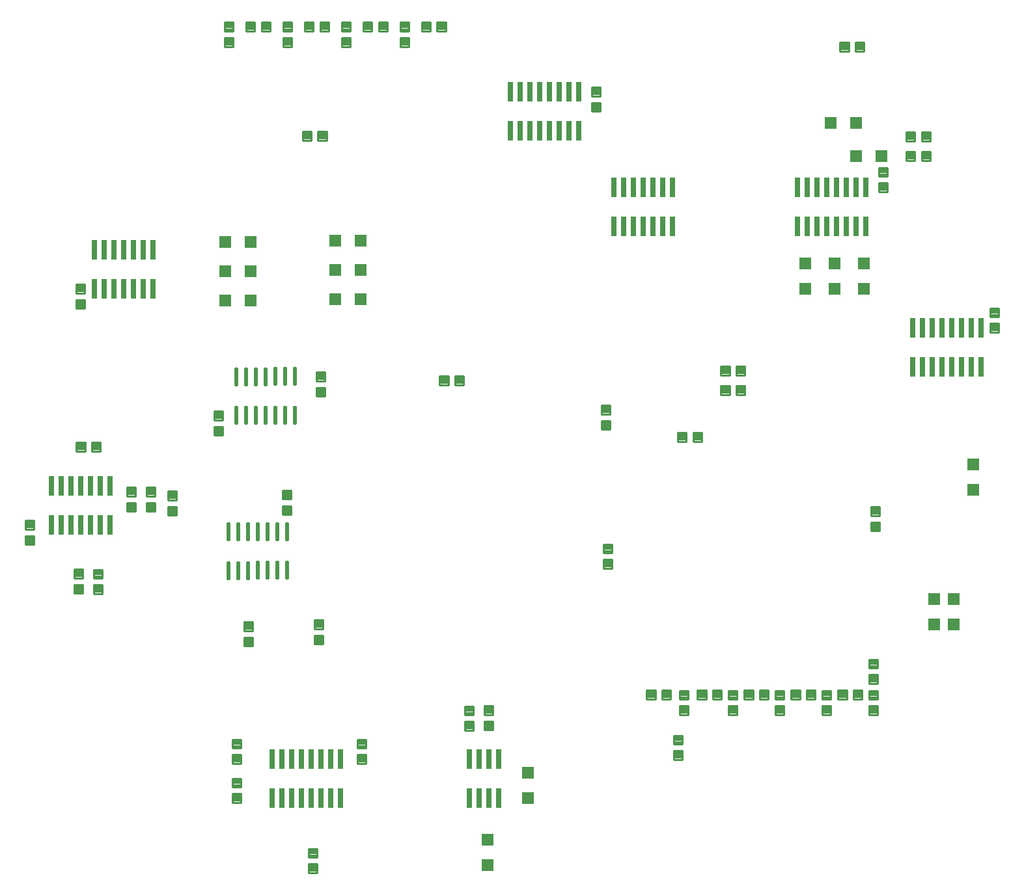
<source format=gbr>
G04 EAGLE Gerber RS-274X export*
G75*
%MOMM*%
%FSLAX34Y34*%
%LPD*%
%INSolderpaste Bottom*%
%IPPOS*%
%AMOC8*
5,1,8,0,0,1.08239X$1,22.5*%
G01*
%ADD10C,0.280000*%
%ADD11R,1.500000X1.500000*%
%ADD12R,0.635000X2.500000*%
%ADD13C,0.440000*%


D10*
X332220Y705600D02*
X332220Y716800D01*
X343420Y716800D01*
X343420Y705600D01*
X332220Y705600D01*
X332220Y708260D02*
X343420Y708260D01*
X343420Y710920D02*
X332220Y710920D01*
X332220Y713580D02*
X343420Y713580D01*
X343420Y716240D02*
X332220Y716240D01*
X332220Y696610D02*
X332220Y685410D01*
X332220Y696610D02*
X343420Y696610D01*
X343420Y685410D01*
X332220Y685410D01*
X332220Y688070D02*
X343420Y688070D01*
X343420Y690730D02*
X332220Y690730D01*
X332220Y693390D02*
X343420Y693390D01*
X343420Y696050D02*
X332220Y696050D01*
X909840Y627900D02*
X909840Y616700D01*
X898640Y616700D01*
X898640Y627900D01*
X909840Y627900D01*
X909840Y619360D02*
X898640Y619360D01*
X898640Y622020D02*
X909840Y622020D01*
X909840Y624680D02*
X898640Y624680D01*
X898640Y627340D02*
X909840Y627340D01*
X909840Y636890D02*
X909840Y648090D01*
X909840Y636890D02*
X898640Y636890D01*
X898640Y648090D01*
X909840Y648090D01*
X909840Y639550D02*
X898640Y639550D01*
X898640Y642210D02*
X909840Y642210D01*
X909840Y644870D02*
X898640Y644870D01*
X898640Y647530D02*
X909840Y647530D01*
X1246620Y685280D02*
X1246620Y696480D01*
X1257820Y696480D01*
X1257820Y685280D01*
X1246620Y685280D01*
X1246620Y687940D02*
X1257820Y687940D01*
X1257820Y690600D02*
X1246620Y690600D01*
X1246620Y693260D02*
X1257820Y693260D01*
X1257820Y695920D02*
X1246620Y695920D01*
X1246620Y676290D02*
X1246620Y665090D01*
X1246620Y676290D02*
X1257820Y676290D01*
X1257820Y665090D01*
X1246620Y665090D01*
X1246620Y667750D02*
X1257820Y667750D01*
X1257820Y670410D02*
X1246620Y670410D01*
X1246620Y673070D02*
X1257820Y673070D01*
X1257820Y675730D02*
X1246620Y675730D01*
X146800Y678700D02*
X146800Y667500D01*
X146800Y678700D02*
X158000Y678700D01*
X158000Y667500D01*
X146800Y667500D01*
X146800Y670160D02*
X158000Y670160D01*
X158000Y672820D02*
X146800Y672820D01*
X146800Y675480D02*
X158000Y675480D01*
X158000Y678140D02*
X146800Y678140D01*
X146800Y658510D02*
X146800Y647310D01*
X146800Y658510D02*
X158000Y658510D01*
X158000Y647310D01*
X146800Y647310D01*
X146800Y649970D02*
X158000Y649970D01*
X158000Y652630D02*
X146800Y652630D01*
X146800Y655290D02*
X158000Y655290D01*
X158000Y657950D02*
X146800Y657950D01*
X729500Y417080D02*
X729500Y405880D01*
X718300Y405880D01*
X718300Y417080D01*
X729500Y417080D01*
X729500Y408540D02*
X718300Y408540D01*
X718300Y411200D02*
X729500Y411200D01*
X729500Y413860D02*
X718300Y413860D01*
X718300Y416520D02*
X729500Y416520D01*
X729500Y426070D02*
X729500Y437270D01*
X729500Y426070D02*
X718300Y426070D01*
X718300Y437270D01*
X729500Y437270D01*
X729500Y428730D02*
X718300Y428730D01*
X718300Y431390D02*
X729500Y431390D01*
X729500Y434050D02*
X718300Y434050D01*
X718300Y436710D02*
X729500Y436710D01*
X427240Y323100D02*
X427240Y311900D01*
X416040Y311900D01*
X416040Y323100D01*
X427240Y323100D01*
X427240Y314560D02*
X416040Y314560D01*
X416040Y317220D02*
X427240Y317220D01*
X427240Y319880D02*
X416040Y319880D01*
X416040Y322540D02*
X427240Y322540D01*
X427240Y332090D02*
X427240Y343290D01*
X427240Y332090D02*
X416040Y332090D01*
X416040Y343290D01*
X427240Y343290D01*
X427240Y334750D02*
X416040Y334750D01*
X416040Y337410D02*
X427240Y337410D01*
X427240Y340070D02*
X416040Y340070D01*
X416040Y342730D02*
X427240Y342730D01*
X1001280Y367780D02*
X1001280Y378980D01*
X1001280Y367780D02*
X990080Y367780D01*
X990080Y378980D01*
X1001280Y378980D01*
X1001280Y370440D02*
X990080Y370440D01*
X990080Y373100D02*
X1001280Y373100D01*
X1001280Y375760D02*
X990080Y375760D01*
X990080Y378420D02*
X1001280Y378420D01*
X1001280Y387970D02*
X1001280Y399170D01*
X1001280Y387970D02*
X990080Y387970D01*
X990080Y399170D01*
X1001280Y399170D01*
X1001280Y390630D02*
X990080Y390630D01*
X990080Y393290D02*
X1001280Y393290D01*
X1001280Y395950D02*
X990080Y395950D01*
X990080Y398610D02*
X1001280Y398610D01*
X883400Y1231380D02*
X883400Y1242580D01*
X894600Y1242580D01*
X894600Y1231380D01*
X883400Y1231380D01*
X883400Y1234040D02*
X894600Y1234040D01*
X894600Y1236700D02*
X883400Y1236700D01*
X883400Y1239360D02*
X894600Y1239360D01*
X894600Y1242020D02*
X883400Y1242020D01*
X883400Y1222390D02*
X883400Y1211190D01*
X883400Y1222390D02*
X894600Y1222390D01*
X894600Y1211190D01*
X883400Y1211190D01*
X883400Y1213850D02*
X894600Y1213850D01*
X894600Y1216510D02*
X883400Y1216510D01*
X883400Y1219170D02*
X894600Y1219170D01*
X894600Y1221830D02*
X883400Y1221830D01*
X589800Y373900D02*
X589800Y362700D01*
X578600Y362700D01*
X578600Y373900D01*
X589800Y373900D01*
X589800Y365360D02*
X578600Y365360D01*
X578600Y368020D02*
X589800Y368020D01*
X589800Y370680D02*
X578600Y370680D01*
X578600Y373340D02*
X589800Y373340D01*
X589800Y382890D02*
X589800Y394090D01*
X589800Y382890D02*
X578600Y382890D01*
X578600Y394090D01*
X589800Y394090D01*
X589800Y385550D02*
X578600Y385550D01*
X578600Y388210D02*
X589800Y388210D01*
X589800Y390870D02*
X578600Y390870D01*
X578600Y393530D02*
X589800Y393530D01*
X212840Y974840D02*
X212840Y986040D01*
X224040Y986040D01*
X224040Y974840D01*
X212840Y974840D01*
X212840Y977500D02*
X224040Y977500D01*
X224040Y980160D02*
X212840Y980160D01*
X212840Y982820D02*
X224040Y982820D01*
X224040Y985480D02*
X212840Y985480D01*
X212840Y965850D02*
X212840Y954650D01*
X212840Y965850D02*
X224040Y965850D01*
X224040Y954650D01*
X212840Y954650D01*
X212840Y957310D02*
X224040Y957310D01*
X224040Y959970D02*
X212840Y959970D01*
X212840Y962630D02*
X224040Y962630D01*
X224040Y965290D02*
X212840Y965290D01*
X1292340Y1147560D02*
X1303540Y1147560D01*
X1292340Y1147560D02*
X1292340Y1158760D01*
X1303540Y1158760D01*
X1303540Y1147560D01*
X1303540Y1150220D02*
X1292340Y1150220D01*
X1292340Y1152880D02*
X1303540Y1152880D01*
X1303540Y1155540D02*
X1292340Y1155540D01*
X1292340Y1158200D02*
X1303540Y1158200D01*
X1312530Y1147560D02*
X1323730Y1147560D01*
X1312530Y1147560D02*
X1312530Y1158760D01*
X1323730Y1158760D01*
X1323730Y1147560D01*
X1323730Y1150220D02*
X1312530Y1150220D01*
X1312530Y1152880D02*
X1323730Y1152880D01*
X1323730Y1155540D02*
X1312530Y1155540D01*
X1312530Y1158200D02*
X1323730Y1158200D01*
X391910Y820940D02*
X391910Y809740D01*
X391910Y820940D02*
X403110Y820940D01*
X403110Y809740D01*
X391910Y809740D01*
X391910Y812400D02*
X403110Y812400D01*
X403110Y815060D02*
X391910Y815060D01*
X391910Y817720D02*
X403110Y817720D01*
X403110Y820380D02*
X391910Y820380D01*
X391910Y800750D02*
X391910Y789550D01*
X391910Y800750D02*
X403110Y800750D01*
X403110Y789550D01*
X391910Y789550D01*
X391910Y792210D02*
X403110Y792210D01*
X403110Y794870D02*
X391910Y794870D01*
X391910Y797530D02*
X403110Y797530D01*
X403110Y800190D02*
X391910Y800190D01*
X705600Y866660D02*
X716800Y866660D01*
X716800Y855460D01*
X705600Y855460D01*
X705600Y866660D01*
X705600Y858120D02*
X716800Y858120D01*
X716800Y860780D02*
X705600Y860780D01*
X705600Y863440D02*
X716800Y863440D01*
X716800Y866100D02*
X705600Y866100D01*
X696610Y866660D02*
X685410Y866660D01*
X696610Y866660D02*
X696610Y855460D01*
X685410Y855460D01*
X685410Y866660D01*
X685410Y858120D02*
X696610Y858120D01*
X696610Y860780D02*
X685410Y860780D01*
X685410Y863440D02*
X696610Y863440D01*
X696610Y866100D02*
X685410Y866100D01*
X896100Y828560D02*
X896100Y817360D01*
X896100Y828560D02*
X907300Y828560D01*
X907300Y817360D01*
X896100Y817360D01*
X896100Y820020D02*
X907300Y820020D01*
X907300Y822680D02*
X896100Y822680D01*
X896100Y825340D02*
X907300Y825340D01*
X907300Y828000D02*
X896100Y828000D01*
X896100Y808370D02*
X896100Y797170D01*
X896100Y808370D02*
X907300Y808370D01*
X907300Y797170D01*
X896100Y797170D01*
X896100Y799830D02*
X907300Y799830D01*
X907300Y802490D02*
X896100Y802490D01*
X896100Y805150D02*
X907300Y805150D01*
X907300Y807810D02*
X896100Y807810D01*
X1267980Y1106920D02*
X1267980Y1118120D01*
X1267980Y1106920D02*
X1256780Y1106920D01*
X1256780Y1118120D01*
X1267980Y1118120D01*
X1267980Y1109580D02*
X1256780Y1109580D01*
X1256780Y1112240D02*
X1267980Y1112240D01*
X1267980Y1114900D02*
X1256780Y1114900D01*
X1256780Y1117560D02*
X1267980Y1117560D01*
X1267980Y1127110D02*
X1267980Y1138310D01*
X1267980Y1127110D02*
X1256780Y1127110D01*
X1256780Y1138310D01*
X1267980Y1138310D01*
X1267980Y1129770D02*
X1256780Y1129770D01*
X1256780Y1132430D02*
X1267980Y1132430D01*
X1267980Y1135090D02*
X1256780Y1135090D01*
X1256780Y1137750D02*
X1267980Y1137750D01*
X1412760Y935240D02*
X1412760Y924040D01*
X1401560Y924040D01*
X1401560Y935240D01*
X1412760Y935240D01*
X1412760Y926700D02*
X1401560Y926700D01*
X1401560Y929360D02*
X1412760Y929360D01*
X1412760Y932020D02*
X1401560Y932020D01*
X1401560Y934680D02*
X1412760Y934680D01*
X1412760Y944230D02*
X1412760Y955430D01*
X1412760Y944230D02*
X1401560Y944230D01*
X1401560Y955430D01*
X1412760Y955430D01*
X1412760Y946890D02*
X1401560Y946890D01*
X1401560Y949550D02*
X1412760Y949550D01*
X1412760Y952210D02*
X1401560Y952210D01*
X1401560Y954870D02*
X1412760Y954870D01*
X492010Y697750D02*
X492010Y686550D01*
X480810Y686550D01*
X480810Y697750D01*
X492010Y697750D01*
X492010Y689210D02*
X480810Y689210D01*
X480810Y691870D02*
X492010Y691870D01*
X492010Y694530D02*
X480810Y694530D01*
X480810Y697190D02*
X492010Y697190D01*
X492010Y706740D02*
X492010Y717940D01*
X492010Y706740D02*
X480810Y706740D01*
X480810Y717940D01*
X492010Y717940D01*
X492010Y709400D02*
X480810Y709400D01*
X480810Y712060D02*
X492010Y712060D01*
X492010Y714720D02*
X480810Y714720D01*
X480810Y717380D02*
X492010Y717380D01*
D11*
X748030Y229870D03*
X748030Y262870D03*
X582930Y1004570D03*
X549930Y1004570D03*
X582930Y1042670D03*
X549930Y1042670D03*
X1193800Y1196340D03*
X1226800Y1196340D03*
X1259840Y1153160D03*
X1226840Y1153160D03*
X1236980Y1013460D03*
X1236980Y980460D03*
X1198880Y1013460D03*
X1198880Y980460D03*
X1160780Y1013460D03*
X1160780Y980460D03*
X800100Y317500D03*
X800100Y350500D03*
X406400Y965200D03*
X439400Y965200D03*
X406400Y1003300D03*
X439400Y1003300D03*
X406400Y1041400D03*
X439400Y1041400D03*
X1328420Y576580D03*
X1328420Y543580D03*
X1353820Y576580D03*
X1353820Y543580D03*
X1379220Y718820D03*
X1379220Y751820D03*
X582930Y966470D03*
X549930Y966470D03*
D10*
X743700Y437400D02*
X743700Y426200D01*
X743700Y437400D02*
X754900Y437400D01*
X754900Y426200D01*
X743700Y426200D01*
X743700Y428860D02*
X754900Y428860D01*
X754900Y431520D02*
X743700Y431520D01*
X743700Y434180D02*
X754900Y434180D01*
X754900Y436840D02*
X743700Y436840D01*
X743700Y417210D02*
X743700Y406010D01*
X743700Y417210D02*
X754900Y417210D01*
X754900Y406010D01*
X743700Y406010D01*
X743700Y408670D02*
X754900Y408670D01*
X754900Y411330D02*
X743700Y411330D01*
X743700Y413990D02*
X754900Y413990D01*
X754900Y416650D02*
X743700Y416650D01*
X1040880Y457720D02*
X1052080Y457720D01*
X1052080Y446520D01*
X1040880Y446520D01*
X1040880Y457720D01*
X1040880Y449180D02*
X1052080Y449180D01*
X1052080Y451840D02*
X1040880Y451840D01*
X1040880Y454500D02*
X1052080Y454500D01*
X1052080Y457160D02*
X1040880Y457160D01*
X1031890Y457720D02*
X1020690Y457720D01*
X1031890Y457720D02*
X1031890Y446520D01*
X1020690Y446520D01*
X1020690Y457720D01*
X1020690Y449180D02*
X1031890Y449180D01*
X1031890Y451840D02*
X1020690Y451840D01*
X1020690Y454500D02*
X1031890Y454500D01*
X1031890Y457160D02*
X1020690Y457160D01*
X1008900Y437400D02*
X1008900Y426200D01*
X997700Y426200D01*
X997700Y437400D01*
X1008900Y437400D01*
X1008900Y428860D02*
X997700Y428860D01*
X997700Y431520D02*
X1008900Y431520D01*
X1008900Y434180D02*
X997700Y434180D01*
X997700Y436840D02*
X1008900Y436840D01*
X1008900Y446390D02*
X1008900Y457590D01*
X1008900Y446390D02*
X997700Y446390D01*
X997700Y457590D01*
X1008900Y457590D01*
X1008900Y449050D02*
X997700Y449050D01*
X997700Y451710D02*
X1008900Y451710D01*
X1008900Y454370D02*
X997700Y454370D01*
X997700Y457030D02*
X1008900Y457030D01*
X1255280Y466840D02*
X1255280Y478040D01*
X1255280Y466840D02*
X1244080Y466840D01*
X1244080Y478040D01*
X1255280Y478040D01*
X1255280Y469500D02*
X1244080Y469500D01*
X1244080Y472160D02*
X1255280Y472160D01*
X1255280Y474820D02*
X1244080Y474820D01*
X1244080Y477480D02*
X1255280Y477480D01*
X1255280Y487030D02*
X1255280Y498230D01*
X1255280Y487030D02*
X1244080Y487030D01*
X1244080Y498230D01*
X1255280Y498230D01*
X1255280Y489690D02*
X1244080Y489690D01*
X1244080Y492350D02*
X1255280Y492350D01*
X1255280Y495010D02*
X1244080Y495010D01*
X1244080Y497670D02*
X1255280Y497670D01*
X986040Y457720D02*
X974840Y457720D01*
X986040Y457720D02*
X986040Y446520D01*
X974840Y446520D01*
X974840Y457720D01*
X974840Y449180D02*
X986040Y449180D01*
X986040Y451840D02*
X974840Y451840D01*
X974840Y454500D02*
X986040Y454500D01*
X986040Y457160D02*
X974840Y457160D01*
X965850Y457720D02*
X954650Y457720D01*
X965850Y457720D02*
X965850Y446520D01*
X954650Y446520D01*
X954650Y457720D01*
X954650Y449180D02*
X965850Y449180D01*
X965850Y451840D02*
X954650Y451840D01*
X954650Y454500D02*
X965850Y454500D01*
X965850Y457160D02*
X954650Y457160D01*
X995160Y781800D02*
X1006360Y781800D01*
X995160Y781800D02*
X995160Y793000D01*
X1006360Y793000D01*
X1006360Y781800D01*
X1006360Y784460D02*
X995160Y784460D01*
X995160Y787120D02*
X1006360Y787120D01*
X1006360Y789780D02*
X995160Y789780D01*
X995160Y792440D02*
X1006360Y792440D01*
X1015350Y781800D02*
X1026550Y781800D01*
X1015350Y781800D02*
X1015350Y793000D01*
X1026550Y793000D01*
X1026550Y781800D01*
X1026550Y784460D02*
X1015350Y784460D01*
X1015350Y787120D02*
X1026550Y787120D01*
X1026550Y789780D02*
X1015350Y789780D01*
X1015350Y792440D02*
X1026550Y792440D01*
X1071360Y853960D02*
X1082560Y853960D01*
X1082560Y842760D01*
X1071360Y842760D01*
X1071360Y853960D01*
X1071360Y845420D02*
X1082560Y845420D01*
X1082560Y848080D02*
X1071360Y848080D01*
X1071360Y850740D02*
X1082560Y850740D01*
X1082560Y853400D02*
X1071360Y853400D01*
X1062370Y853960D02*
X1051170Y853960D01*
X1062370Y853960D02*
X1062370Y842760D01*
X1051170Y842760D01*
X1051170Y853960D01*
X1051170Y845420D02*
X1062370Y845420D01*
X1062370Y848080D02*
X1051170Y848080D01*
X1051170Y850740D02*
X1062370Y850740D01*
X1062370Y853400D02*
X1051170Y853400D01*
X1071360Y879360D02*
X1082560Y879360D01*
X1082560Y868160D01*
X1071360Y868160D01*
X1071360Y879360D01*
X1071360Y870820D02*
X1082560Y870820D01*
X1082560Y873480D02*
X1071360Y873480D01*
X1071360Y876140D02*
X1082560Y876140D01*
X1082560Y878800D02*
X1071360Y878800D01*
X1062370Y879360D02*
X1051170Y879360D01*
X1062370Y879360D02*
X1062370Y868160D01*
X1051170Y868160D01*
X1051170Y879360D01*
X1051170Y870820D02*
X1062370Y870820D01*
X1062370Y873480D02*
X1051170Y873480D01*
X1051170Y876140D02*
X1062370Y876140D01*
X1062370Y878800D02*
X1051170Y878800D01*
X526300Y231660D02*
X526300Y220460D01*
X515100Y220460D01*
X515100Y231660D01*
X526300Y231660D01*
X526300Y223120D02*
X515100Y223120D01*
X515100Y225780D02*
X526300Y225780D01*
X526300Y228440D02*
X515100Y228440D01*
X515100Y231100D02*
X526300Y231100D01*
X526300Y240650D02*
X526300Y251850D01*
X526300Y240650D02*
X515100Y240650D01*
X515100Y251850D01*
X526300Y251850D01*
X526300Y243310D02*
X515100Y243310D01*
X515100Y245970D02*
X526300Y245970D01*
X526300Y248630D02*
X515100Y248630D01*
X515100Y251290D02*
X526300Y251290D01*
X525260Y860540D02*
X525260Y871740D01*
X536460Y871740D01*
X536460Y860540D01*
X525260Y860540D01*
X525260Y863200D02*
X536460Y863200D01*
X536460Y865860D02*
X525260Y865860D01*
X525260Y868520D02*
X536460Y868520D01*
X536460Y871180D02*
X525260Y871180D01*
X525260Y851550D02*
X525260Y840350D01*
X525260Y851550D02*
X536460Y851550D01*
X536460Y840350D01*
X525260Y840350D01*
X525260Y843010D02*
X536460Y843010D01*
X536460Y845670D02*
X525260Y845670D01*
X525260Y848330D02*
X536460Y848330D01*
X536460Y850990D02*
X525260Y850990D01*
X1226300Y1301000D02*
X1237500Y1301000D01*
X1237500Y1289800D01*
X1226300Y1289800D01*
X1226300Y1301000D01*
X1226300Y1292460D02*
X1237500Y1292460D01*
X1237500Y1295120D02*
X1226300Y1295120D01*
X1226300Y1297780D02*
X1237500Y1297780D01*
X1237500Y1300440D02*
X1226300Y1300440D01*
X1217310Y1301000D02*
X1206110Y1301000D01*
X1217310Y1301000D02*
X1217310Y1289800D01*
X1206110Y1289800D01*
X1206110Y1301000D01*
X1206110Y1292460D02*
X1217310Y1292460D01*
X1217310Y1295120D02*
X1206110Y1295120D01*
X1206110Y1297780D02*
X1217310Y1297780D01*
X1217310Y1300440D02*
X1206110Y1300440D01*
X431280Y546620D02*
X431280Y535420D01*
X431280Y546620D02*
X442480Y546620D01*
X442480Y535420D01*
X431280Y535420D01*
X431280Y538080D02*
X442480Y538080D01*
X442480Y540740D02*
X431280Y540740D01*
X431280Y543400D02*
X442480Y543400D01*
X442480Y546060D02*
X431280Y546060D01*
X431280Y526430D02*
X431280Y515230D01*
X431280Y526430D02*
X442480Y526430D01*
X442480Y515230D01*
X431280Y515230D01*
X431280Y517890D02*
X442480Y517890D01*
X442480Y520550D02*
X431280Y520550D01*
X431280Y523210D02*
X442480Y523210D01*
X442480Y525870D02*
X431280Y525870D01*
X522720Y537960D02*
X522720Y549160D01*
X533920Y549160D01*
X533920Y537960D01*
X522720Y537960D01*
X522720Y540620D02*
X533920Y540620D01*
X533920Y543280D02*
X522720Y543280D01*
X522720Y545940D02*
X533920Y545940D01*
X533920Y548600D02*
X522720Y548600D01*
X522720Y528970D02*
X522720Y517770D01*
X522720Y528970D02*
X533920Y528970D01*
X533920Y517770D01*
X522720Y517770D01*
X522720Y520430D02*
X533920Y520430D01*
X533920Y523090D02*
X522720Y523090D01*
X522720Y525750D02*
X533920Y525750D01*
X533920Y528410D02*
X522720Y528410D01*
X1255280Y437400D02*
X1255280Y426200D01*
X1244080Y426200D01*
X1244080Y437400D01*
X1255280Y437400D01*
X1255280Y428860D02*
X1244080Y428860D01*
X1244080Y431520D02*
X1255280Y431520D01*
X1255280Y434180D02*
X1244080Y434180D01*
X1244080Y436840D02*
X1255280Y436840D01*
X1255280Y446390D02*
X1255280Y457590D01*
X1255280Y446390D02*
X1244080Y446390D01*
X1244080Y457590D01*
X1255280Y457590D01*
X1255280Y449050D02*
X1244080Y449050D01*
X1244080Y451710D02*
X1255280Y451710D01*
X1255280Y454370D02*
X1244080Y454370D01*
X1244080Y457030D02*
X1255280Y457030D01*
X246900Y583680D02*
X246900Y594880D01*
X246900Y583680D02*
X235700Y583680D01*
X235700Y594880D01*
X246900Y594880D01*
X246900Y586340D02*
X235700Y586340D01*
X235700Y589000D02*
X246900Y589000D01*
X246900Y591660D02*
X235700Y591660D01*
X235700Y594320D02*
X246900Y594320D01*
X246900Y603870D02*
X246900Y615070D01*
X246900Y603870D02*
X235700Y603870D01*
X235700Y615070D01*
X246900Y615070D01*
X246900Y606530D02*
X235700Y606530D01*
X235700Y609190D02*
X246900Y609190D01*
X246900Y611850D02*
X235700Y611850D01*
X235700Y614510D02*
X246900Y614510D01*
X210300Y615200D02*
X210300Y604000D01*
X210300Y615200D02*
X221500Y615200D01*
X221500Y604000D01*
X210300Y604000D01*
X210300Y606660D02*
X221500Y606660D01*
X221500Y609320D02*
X210300Y609320D01*
X210300Y611980D02*
X221500Y611980D01*
X221500Y614640D02*
X210300Y614640D01*
X210300Y595010D02*
X210300Y583810D01*
X210300Y595010D02*
X221500Y595010D01*
X221500Y583810D01*
X210300Y583810D01*
X210300Y586470D02*
X221500Y586470D01*
X221500Y589130D02*
X210300Y589130D01*
X210300Y591790D02*
X221500Y591790D01*
X221500Y594450D02*
X210300Y594450D01*
X278880Y710680D02*
X278880Y721880D01*
X290080Y721880D01*
X290080Y710680D01*
X278880Y710680D01*
X278880Y713340D02*
X290080Y713340D01*
X290080Y716000D02*
X278880Y716000D01*
X278880Y718660D02*
X290080Y718660D01*
X290080Y721320D02*
X278880Y721320D01*
X278880Y701690D02*
X278880Y690490D01*
X278880Y701690D02*
X290080Y701690D01*
X290080Y690490D01*
X278880Y690490D01*
X278880Y693150D02*
X290080Y693150D01*
X290080Y695810D02*
X278880Y695810D01*
X278880Y698470D02*
X290080Y698470D01*
X290080Y701130D02*
X278880Y701130D01*
X304280Y710680D02*
X304280Y721880D01*
X315480Y721880D01*
X315480Y710680D01*
X304280Y710680D01*
X304280Y713340D02*
X315480Y713340D01*
X315480Y716000D02*
X304280Y716000D01*
X304280Y718660D02*
X315480Y718660D01*
X315480Y721320D02*
X304280Y721320D01*
X304280Y701690D02*
X304280Y690490D01*
X304280Y701690D02*
X315480Y701690D01*
X315480Y690490D01*
X304280Y690490D01*
X304280Y693150D02*
X315480Y693150D01*
X315480Y695810D02*
X304280Y695810D01*
X304280Y698470D02*
X315480Y698470D01*
X315480Y701130D02*
X304280Y701130D01*
X1292340Y1172960D02*
X1303540Y1172960D01*
X1292340Y1172960D02*
X1292340Y1184160D01*
X1303540Y1184160D01*
X1303540Y1172960D01*
X1303540Y1175620D02*
X1292340Y1175620D01*
X1292340Y1178280D02*
X1303540Y1178280D01*
X1303540Y1180940D02*
X1292340Y1180940D01*
X1292340Y1183600D02*
X1303540Y1183600D01*
X1312530Y1172960D02*
X1323730Y1172960D01*
X1312530Y1172960D02*
X1312530Y1184160D01*
X1323730Y1184160D01*
X1323730Y1172960D01*
X1323730Y1175620D02*
X1312530Y1175620D01*
X1312530Y1178280D02*
X1323730Y1178280D01*
X1323730Y1180940D02*
X1312530Y1180940D01*
X1312530Y1183600D02*
X1323730Y1183600D01*
X645266Y1295729D02*
X645266Y1306929D01*
X645266Y1295729D02*
X634066Y1295729D01*
X634066Y1306929D01*
X645266Y1306929D01*
X645266Y1298389D02*
X634066Y1298389D01*
X634066Y1301049D02*
X645266Y1301049D01*
X645266Y1303709D02*
X634066Y1303709D01*
X634066Y1306369D02*
X645266Y1306369D01*
X645266Y1315919D02*
X645266Y1327119D01*
X645266Y1315919D02*
X634066Y1315919D01*
X634066Y1327119D01*
X645266Y1327119D01*
X645266Y1318579D02*
X634066Y1318579D01*
X634066Y1321239D02*
X645266Y1321239D01*
X645266Y1323899D02*
X634066Y1323899D01*
X634066Y1326559D02*
X645266Y1326559D01*
X1223760Y457720D02*
X1234960Y457720D01*
X1234960Y446520D01*
X1223760Y446520D01*
X1223760Y457720D01*
X1223760Y449180D02*
X1234960Y449180D01*
X1234960Y451840D02*
X1223760Y451840D01*
X1223760Y454500D02*
X1234960Y454500D01*
X1234960Y457160D02*
X1223760Y457160D01*
X1214770Y457720D02*
X1203570Y457720D01*
X1214770Y457720D02*
X1214770Y446520D01*
X1203570Y446520D01*
X1203570Y457720D01*
X1203570Y449180D02*
X1214770Y449180D01*
X1214770Y451840D02*
X1203570Y451840D01*
X1203570Y454500D02*
X1214770Y454500D01*
X1214770Y457160D02*
X1203570Y457160D01*
X617326Y1327249D02*
X606126Y1327249D01*
X617326Y1327249D02*
X617326Y1316049D01*
X606126Y1316049D01*
X606126Y1327249D01*
X606126Y1318709D02*
X617326Y1318709D01*
X617326Y1321369D02*
X606126Y1321369D01*
X606126Y1324029D02*
X617326Y1324029D01*
X617326Y1326689D02*
X606126Y1326689D01*
X597136Y1327249D02*
X585936Y1327249D01*
X597136Y1327249D02*
X597136Y1316049D01*
X585936Y1316049D01*
X585936Y1327249D01*
X585936Y1318709D02*
X597136Y1318709D01*
X597136Y1321369D02*
X585936Y1321369D01*
X585936Y1324029D02*
X597136Y1324029D01*
X597136Y1326689D02*
X585936Y1326689D01*
X569066Y1306929D02*
X569066Y1295729D01*
X557866Y1295729D01*
X557866Y1306929D01*
X569066Y1306929D01*
X569066Y1298389D02*
X557866Y1298389D01*
X557866Y1301049D02*
X569066Y1301049D01*
X569066Y1303709D02*
X557866Y1303709D01*
X557866Y1306369D02*
X569066Y1306369D01*
X569066Y1315919D02*
X569066Y1327119D01*
X569066Y1315919D02*
X557866Y1315919D01*
X557866Y1327119D01*
X569066Y1327119D01*
X569066Y1318579D02*
X557866Y1318579D01*
X557866Y1321239D02*
X569066Y1321239D01*
X569066Y1323899D02*
X557866Y1323899D01*
X557866Y1326559D02*
X569066Y1326559D01*
X541126Y1327249D02*
X529926Y1327249D01*
X541126Y1327249D02*
X541126Y1316049D01*
X529926Y1316049D01*
X529926Y1327249D01*
X529926Y1318709D02*
X541126Y1318709D01*
X541126Y1321369D02*
X529926Y1321369D01*
X529926Y1324029D02*
X541126Y1324029D01*
X541126Y1326689D02*
X529926Y1326689D01*
X520936Y1327249D02*
X509736Y1327249D01*
X520936Y1327249D02*
X520936Y1316049D01*
X509736Y1316049D01*
X509736Y1327249D01*
X509736Y1318709D02*
X520936Y1318709D01*
X520936Y1321369D02*
X509736Y1321369D01*
X509736Y1324029D02*
X520936Y1324029D01*
X520936Y1326689D02*
X509736Y1326689D01*
X492866Y1306929D02*
X492866Y1295729D01*
X481666Y1295729D01*
X481666Y1306929D01*
X492866Y1306929D01*
X492866Y1298389D02*
X481666Y1298389D01*
X481666Y1301049D02*
X492866Y1301049D01*
X492866Y1303709D02*
X481666Y1303709D01*
X481666Y1306369D02*
X492866Y1306369D01*
X492866Y1315919D02*
X492866Y1327119D01*
X492866Y1315919D02*
X481666Y1315919D01*
X481666Y1327119D01*
X492866Y1327119D01*
X492866Y1318579D02*
X481666Y1318579D01*
X481666Y1321239D02*
X492866Y1321239D01*
X492866Y1323899D02*
X481666Y1323899D01*
X481666Y1326559D02*
X492866Y1326559D01*
X464926Y1327249D02*
X453726Y1327249D01*
X464926Y1327249D02*
X464926Y1316049D01*
X453726Y1316049D01*
X453726Y1327249D01*
X453726Y1318709D02*
X464926Y1318709D01*
X464926Y1321369D02*
X453726Y1321369D01*
X453726Y1324029D02*
X464926Y1324029D01*
X464926Y1326689D02*
X453726Y1326689D01*
X444736Y1327249D02*
X433536Y1327249D01*
X444736Y1327249D02*
X444736Y1316049D01*
X433536Y1316049D01*
X433536Y1327249D01*
X433536Y1318709D02*
X444736Y1318709D01*
X444736Y1321369D02*
X433536Y1321369D01*
X433536Y1324029D02*
X444736Y1324029D01*
X444736Y1326689D02*
X433536Y1326689D01*
X416666Y1306929D02*
X416666Y1295729D01*
X405466Y1295729D01*
X405466Y1306929D01*
X416666Y1306929D01*
X416666Y1298389D02*
X405466Y1298389D01*
X405466Y1301049D02*
X416666Y1301049D01*
X416666Y1303709D02*
X405466Y1303709D01*
X405466Y1306369D02*
X416666Y1306369D01*
X416666Y1315919D02*
X416666Y1327119D01*
X416666Y1315919D02*
X405466Y1315919D01*
X405466Y1327119D01*
X416666Y1327119D01*
X416666Y1318579D02*
X405466Y1318579D01*
X405466Y1321239D02*
X416666Y1321239D01*
X416666Y1323899D02*
X405466Y1323899D01*
X405466Y1326559D02*
X416666Y1326559D01*
X662006Y1316049D02*
X673206Y1316049D01*
X662006Y1316049D02*
X662006Y1327249D01*
X673206Y1327249D01*
X673206Y1316049D01*
X673206Y1318709D02*
X662006Y1318709D01*
X662006Y1321369D02*
X673206Y1321369D01*
X673206Y1324029D02*
X662006Y1324029D01*
X662006Y1326689D02*
X673206Y1326689D01*
X682196Y1316049D02*
X693396Y1316049D01*
X682196Y1316049D02*
X682196Y1327249D01*
X693396Y1327249D01*
X693396Y1316049D01*
X693396Y1318709D02*
X682196Y1318709D01*
X682196Y1321369D02*
X693396Y1321369D01*
X693396Y1324029D02*
X682196Y1324029D01*
X682196Y1326689D02*
X693396Y1326689D01*
X244360Y780300D02*
X233160Y780300D01*
X244360Y780300D02*
X244360Y769100D01*
X233160Y769100D01*
X233160Y780300D01*
X233160Y771760D02*
X244360Y771760D01*
X244360Y774420D02*
X233160Y774420D01*
X233160Y777080D02*
X244360Y777080D01*
X244360Y779740D02*
X233160Y779740D01*
X224170Y780300D02*
X212970Y780300D01*
X224170Y780300D02*
X224170Y769100D01*
X212970Y769100D01*
X212970Y780300D01*
X212970Y771760D02*
X224170Y771760D01*
X224170Y774420D02*
X212970Y774420D01*
X212970Y777080D02*
X224170Y777080D01*
X224170Y779740D02*
X212970Y779740D01*
X427240Y373900D02*
X427240Y362700D01*
X416040Y362700D01*
X416040Y373900D01*
X427240Y373900D01*
X427240Y365360D02*
X416040Y365360D01*
X416040Y368020D02*
X427240Y368020D01*
X427240Y370680D02*
X416040Y370680D01*
X416040Y373340D02*
X427240Y373340D01*
X427240Y382890D02*
X427240Y394090D01*
X427240Y382890D02*
X416040Y382890D01*
X416040Y394090D01*
X427240Y394090D01*
X427240Y385550D02*
X416040Y385550D01*
X416040Y388210D02*
X427240Y388210D01*
X427240Y390870D02*
X416040Y390870D01*
X416040Y393530D02*
X427240Y393530D01*
X1194320Y426200D02*
X1194320Y437400D01*
X1194320Y426200D02*
X1183120Y426200D01*
X1183120Y437400D01*
X1194320Y437400D01*
X1194320Y428860D02*
X1183120Y428860D01*
X1183120Y431520D02*
X1194320Y431520D01*
X1194320Y434180D02*
X1183120Y434180D01*
X1183120Y436840D02*
X1194320Y436840D01*
X1194320Y446390D02*
X1194320Y457590D01*
X1194320Y446390D02*
X1183120Y446390D01*
X1183120Y457590D01*
X1194320Y457590D01*
X1194320Y449050D02*
X1183120Y449050D01*
X1183120Y451710D02*
X1194320Y451710D01*
X1194320Y454370D02*
X1183120Y454370D01*
X1183120Y457030D02*
X1194320Y457030D01*
X1174000Y457720D02*
X1162800Y457720D01*
X1174000Y457720D02*
X1174000Y446520D01*
X1162800Y446520D01*
X1162800Y457720D01*
X1162800Y449180D02*
X1174000Y449180D01*
X1174000Y451840D02*
X1162800Y451840D01*
X1162800Y454500D02*
X1174000Y454500D01*
X1174000Y457160D02*
X1162800Y457160D01*
X1153810Y457720D02*
X1142610Y457720D01*
X1153810Y457720D02*
X1153810Y446520D01*
X1142610Y446520D01*
X1142610Y457720D01*
X1142610Y449180D02*
X1153810Y449180D01*
X1153810Y451840D02*
X1142610Y451840D01*
X1142610Y454500D02*
X1153810Y454500D01*
X1153810Y457160D02*
X1142610Y457160D01*
X1133360Y437400D02*
X1133360Y426200D01*
X1122160Y426200D01*
X1122160Y437400D01*
X1133360Y437400D01*
X1133360Y428860D02*
X1122160Y428860D01*
X1122160Y431520D02*
X1133360Y431520D01*
X1133360Y434180D02*
X1122160Y434180D01*
X1122160Y436840D02*
X1133360Y436840D01*
X1133360Y446390D02*
X1133360Y457590D01*
X1133360Y446390D02*
X1122160Y446390D01*
X1122160Y457590D01*
X1133360Y457590D01*
X1133360Y449050D02*
X1122160Y449050D01*
X1122160Y451710D02*
X1133360Y451710D01*
X1133360Y454370D02*
X1122160Y454370D01*
X1122160Y457030D02*
X1133360Y457030D01*
X1113040Y457720D02*
X1101840Y457720D01*
X1113040Y457720D02*
X1113040Y446520D01*
X1101840Y446520D01*
X1101840Y457720D01*
X1101840Y449180D02*
X1113040Y449180D01*
X1113040Y451840D02*
X1101840Y451840D01*
X1101840Y454500D02*
X1113040Y454500D01*
X1113040Y457160D02*
X1101840Y457160D01*
X1092850Y457720D02*
X1081650Y457720D01*
X1092850Y457720D02*
X1092850Y446520D01*
X1081650Y446520D01*
X1081650Y457720D01*
X1081650Y449180D02*
X1092850Y449180D01*
X1092850Y451840D02*
X1081650Y451840D01*
X1081650Y454500D02*
X1092850Y454500D01*
X1092850Y457160D02*
X1081650Y457160D01*
X1072400Y437400D02*
X1072400Y426200D01*
X1061200Y426200D01*
X1061200Y437400D01*
X1072400Y437400D01*
X1072400Y428860D02*
X1061200Y428860D01*
X1061200Y431520D02*
X1072400Y431520D01*
X1072400Y434180D02*
X1061200Y434180D01*
X1061200Y436840D02*
X1072400Y436840D01*
X1072400Y446390D02*
X1072400Y457590D01*
X1072400Y446390D02*
X1061200Y446390D01*
X1061200Y457590D01*
X1072400Y457590D01*
X1072400Y449050D02*
X1061200Y449050D01*
X1061200Y451710D02*
X1072400Y451710D01*
X1072400Y454370D02*
X1061200Y454370D01*
X1061200Y457030D02*
X1072400Y457030D01*
D12*
X762000Y317500D03*
X749300Y317500D03*
X736600Y317500D03*
X723900Y317500D03*
X723900Y368300D03*
X736600Y368300D03*
X749300Y368300D03*
X762000Y368300D03*
X256540Y673100D03*
X243840Y673100D03*
X231140Y673100D03*
X218440Y673100D03*
X205740Y673100D03*
X193040Y673100D03*
X180340Y673100D03*
X180340Y723900D03*
X193040Y723900D03*
X205740Y723900D03*
X218440Y723900D03*
X231140Y723900D03*
X243840Y723900D03*
X256540Y723900D03*
X1389380Y878840D03*
X1376680Y878840D03*
X1363980Y878840D03*
X1351280Y878840D03*
X1338580Y878840D03*
X1325880Y878840D03*
X1313180Y878840D03*
X1300480Y878840D03*
X1300480Y929640D03*
X1313180Y929640D03*
X1325880Y929640D03*
X1338580Y929640D03*
X1351280Y929640D03*
X1363980Y929640D03*
X1376680Y929640D03*
X1389380Y929640D03*
X1239520Y1061720D03*
X1226820Y1061720D03*
X1214120Y1061720D03*
X1201420Y1061720D03*
X1188720Y1061720D03*
X1176020Y1061720D03*
X1163320Y1061720D03*
X1150620Y1061720D03*
X1150620Y1112520D03*
X1163320Y1112520D03*
X1176020Y1112520D03*
X1188720Y1112520D03*
X1201420Y1112520D03*
X1214120Y1112520D03*
X1226820Y1112520D03*
X1239520Y1112520D03*
X866140Y1186180D03*
X853440Y1186180D03*
X840740Y1186180D03*
X828040Y1186180D03*
X815340Y1186180D03*
X802640Y1186180D03*
X789940Y1186180D03*
X777240Y1186180D03*
X777240Y1236980D03*
X789940Y1236980D03*
X802640Y1236980D03*
X815340Y1236980D03*
X828040Y1236980D03*
X840740Y1236980D03*
X853440Y1236980D03*
X866140Y1236980D03*
X988060Y1061720D03*
X975360Y1061720D03*
X962660Y1061720D03*
X949960Y1061720D03*
X937260Y1061720D03*
X924560Y1061720D03*
X911860Y1061720D03*
X911860Y1112520D03*
X924560Y1112520D03*
X937260Y1112520D03*
X949960Y1112520D03*
X962660Y1112520D03*
X975360Y1112520D03*
X988060Y1112520D03*
X236220Y1031240D03*
X248920Y1031240D03*
X261620Y1031240D03*
X274320Y1031240D03*
X287020Y1031240D03*
X299720Y1031240D03*
X312420Y1031240D03*
X312420Y980440D03*
X299720Y980440D03*
X287020Y980440D03*
X274320Y980440D03*
X261620Y980440D03*
X248920Y980440D03*
X236220Y980440D03*
X556260Y317500D03*
X543560Y317500D03*
X530860Y317500D03*
X518160Y317500D03*
X505460Y317500D03*
X492760Y317500D03*
X480060Y317500D03*
X467360Y317500D03*
X467360Y368300D03*
X480060Y368300D03*
X492760Y368300D03*
X505460Y368300D03*
X518160Y368300D03*
X530860Y368300D03*
X543560Y368300D03*
X556260Y368300D03*
D13*
X419820Y855840D02*
X419820Y876440D01*
X420920Y876440D01*
X420920Y855840D01*
X419820Y855840D01*
X419820Y860020D02*
X420920Y860020D01*
X420920Y864200D02*
X419820Y864200D01*
X419820Y868380D02*
X420920Y868380D01*
X420920Y872560D02*
X419820Y872560D01*
X432520Y876440D02*
X432520Y855840D01*
X432520Y876440D02*
X433620Y876440D01*
X433620Y855840D01*
X432520Y855840D01*
X432520Y860020D02*
X433620Y860020D01*
X433620Y864200D02*
X432520Y864200D01*
X432520Y868380D02*
X433620Y868380D01*
X433620Y872560D02*
X432520Y872560D01*
X445220Y876440D02*
X445220Y855840D01*
X445220Y876440D02*
X446320Y876440D01*
X446320Y855840D01*
X445220Y855840D01*
X445220Y860020D02*
X446320Y860020D01*
X446320Y864200D02*
X445220Y864200D01*
X445220Y868380D02*
X446320Y868380D01*
X446320Y872560D02*
X445220Y872560D01*
X457920Y876440D02*
X457920Y855840D01*
X457920Y876440D02*
X459020Y876440D01*
X459020Y855840D01*
X457920Y855840D01*
X457920Y860020D02*
X459020Y860020D01*
X459020Y864200D02*
X457920Y864200D01*
X457920Y868380D02*
X459020Y868380D01*
X459020Y872560D02*
X457920Y872560D01*
X496020Y826540D02*
X496020Y805940D01*
X496020Y826540D02*
X497120Y826540D01*
X497120Y805940D01*
X496020Y805940D01*
X496020Y810120D02*
X497120Y810120D01*
X497120Y814300D02*
X496020Y814300D01*
X496020Y818480D02*
X497120Y818480D01*
X497120Y822660D02*
X496020Y822660D01*
X496020Y856740D02*
X496020Y877340D01*
X497120Y877340D01*
X497120Y856740D01*
X496020Y856740D01*
X496020Y860920D02*
X497120Y860920D01*
X497120Y865100D02*
X496020Y865100D01*
X496020Y869280D02*
X497120Y869280D01*
X497120Y873460D02*
X496020Y873460D01*
X483320Y877340D02*
X483320Y856740D01*
X483320Y877340D02*
X484420Y877340D01*
X484420Y856740D01*
X483320Y856740D01*
X483320Y860920D02*
X484420Y860920D01*
X484420Y865100D02*
X483320Y865100D01*
X483320Y869280D02*
X484420Y869280D01*
X484420Y873460D02*
X483320Y873460D01*
X470620Y877340D02*
X470620Y856740D01*
X470620Y877340D02*
X471720Y877340D01*
X471720Y856740D01*
X470620Y856740D01*
X470620Y860920D02*
X471720Y860920D01*
X471720Y865100D02*
X470620Y865100D01*
X470620Y869280D02*
X471720Y869280D01*
X471720Y873460D02*
X470620Y873460D01*
X483320Y826540D02*
X483320Y805940D01*
X483320Y826540D02*
X484420Y826540D01*
X484420Y805940D01*
X483320Y805940D01*
X483320Y810120D02*
X484420Y810120D01*
X484420Y814300D02*
X483320Y814300D01*
X483320Y818480D02*
X484420Y818480D01*
X484420Y822660D02*
X483320Y822660D01*
X470620Y826540D02*
X470620Y805940D01*
X470620Y826540D02*
X471720Y826540D01*
X471720Y805940D01*
X470620Y805940D01*
X470620Y810120D02*
X471720Y810120D01*
X471720Y814300D02*
X470620Y814300D01*
X470620Y818480D02*
X471720Y818480D01*
X471720Y822660D02*
X470620Y822660D01*
X457920Y826540D02*
X457920Y805940D01*
X457920Y826540D02*
X459020Y826540D01*
X459020Y805940D01*
X457920Y805940D01*
X457920Y810120D02*
X459020Y810120D01*
X459020Y814300D02*
X457920Y814300D01*
X457920Y818480D02*
X459020Y818480D01*
X459020Y822660D02*
X457920Y822660D01*
X445220Y826540D02*
X445220Y805940D01*
X445220Y826540D02*
X446320Y826540D01*
X446320Y805940D01*
X445220Y805940D01*
X445220Y810120D02*
X446320Y810120D01*
X446320Y814300D02*
X445220Y814300D01*
X445220Y818480D02*
X446320Y818480D01*
X446320Y822660D02*
X445220Y822660D01*
X432520Y826540D02*
X432520Y805940D01*
X432520Y826540D02*
X433620Y826540D01*
X433620Y805940D01*
X432520Y805940D01*
X432520Y810120D02*
X433620Y810120D01*
X433620Y814300D02*
X432520Y814300D01*
X432520Y818480D02*
X433620Y818480D01*
X433620Y822660D02*
X432520Y822660D01*
X419820Y826540D02*
X419820Y805940D01*
X419820Y826540D02*
X420920Y826540D01*
X420920Y805940D01*
X419820Y805940D01*
X419820Y810120D02*
X420920Y810120D01*
X420920Y814300D02*
X419820Y814300D01*
X419820Y818480D02*
X420920Y818480D01*
X420920Y822660D02*
X419820Y822660D01*
X486960Y624980D02*
X486960Y604380D01*
X485860Y604380D01*
X485860Y624980D01*
X486960Y624980D01*
X486960Y608560D02*
X485860Y608560D01*
X485860Y612740D02*
X486960Y612740D01*
X486960Y616920D02*
X485860Y616920D01*
X485860Y621100D02*
X486960Y621100D01*
X474260Y624980D02*
X474260Y604380D01*
X473160Y604380D01*
X473160Y624980D01*
X474260Y624980D01*
X474260Y608560D02*
X473160Y608560D01*
X473160Y612740D02*
X474260Y612740D01*
X474260Y616920D02*
X473160Y616920D01*
X473160Y621100D02*
X474260Y621100D01*
X461560Y624980D02*
X461560Y604380D01*
X460460Y604380D01*
X460460Y624980D01*
X461560Y624980D01*
X461560Y608560D02*
X460460Y608560D01*
X460460Y612740D02*
X461560Y612740D01*
X461560Y616920D02*
X460460Y616920D01*
X460460Y621100D02*
X461560Y621100D01*
X448860Y624980D02*
X448860Y604380D01*
X447760Y604380D01*
X447760Y624980D01*
X448860Y624980D01*
X448860Y608560D02*
X447760Y608560D01*
X447760Y612740D02*
X448860Y612740D01*
X448860Y616920D02*
X447760Y616920D01*
X447760Y621100D02*
X448860Y621100D01*
X410760Y654280D02*
X410760Y674880D01*
X410760Y654280D02*
X409660Y654280D01*
X409660Y674880D01*
X410760Y674880D01*
X410760Y658460D02*
X409660Y658460D01*
X409660Y662640D02*
X410760Y662640D01*
X410760Y666820D02*
X409660Y666820D01*
X409660Y671000D02*
X410760Y671000D01*
X410760Y624080D02*
X410760Y603480D01*
X409660Y603480D01*
X409660Y624080D01*
X410760Y624080D01*
X410760Y607660D02*
X409660Y607660D01*
X409660Y611840D02*
X410760Y611840D01*
X410760Y616020D02*
X409660Y616020D01*
X409660Y620200D02*
X410760Y620200D01*
X423460Y624080D02*
X423460Y603480D01*
X422360Y603480D01*
X422360Y624080D01*
X423460Y624080D01*
X423460Y607660D02*
X422360Y607660D01*
X422360Y611840D02*
X423460Y611840D01*
X423460Y616020D02*
X422360Y616020D01*
X422360Y620200D02*
X423460Y620200D01*
X436160Y624080D02*
X436160Y603480D01*
X435060Y603480D01*
X435060Y624080D01*
X436160Y624080D01*
X436160Y607660D02*
X435060Y607660D01*
X435060Y611840D02*
X436160Y611840D01*
X436160Y616020D02*
X435060Y616020D01*
X435060Y620200D02*
X436160Y620200D01*
X423460Y654280D02*
X423460Y674880D01*
X423460Y654280D02*
X422360Y654280D01*
X422360Y674880D01*
X423460Y674880D01*
X423460Y658460D02*
X422360Y658460D01*
X422360Y662640D02*
X423460Y662640D01*
X423460Y666820D02*
X422360Y666820D01*
X422360Y671000D02*
X423460Y671000D01*
X436160Y674880D02*
X436160Y654280D01*
X435060Y654280D01*
X435060Y674880D01*
X436160Y674880D01*
X436160Y658460D02*
X435060Y658460D01*
X435060Y662640D02*
X436160Y662640D01*
X436160Y666820D02*
X435060Y666820D01*
X435060Y671000D02*
X436160Y671000D01*
X448860Y674880D02*
X448860Y654280D01*
X447760Y654280D01*
X447760Y674880D01*
X448860Y674880D01*
X448860Y658460D02*
X447760Y658460D01*
X447760Y662640D02*
X448860Y662640D01*
X448860Y666820D02*
X447760Y666820D01*
X447760Y671000D02*
X448860Y671000D01*
X461560Y674880D02*
X461560Y654280D01*
X460460Y654280D01*
X460460Y674880D01*
X461560Y674880D01*
X461560Y658460D02*
X460460Y658460D01*
X460460Y662640D02*
X461560Y662640D01*
X461560Y666820D02*
X460460Y666820D01*
X460460Y671000D02*
X461560Y671000D01*
X474260Y674880D02*
X474260Y654280D01*
X473160Y654280D01*
X473160Y674880D01*
X474260Y674880D01*
X474260Y658460D02*
X473160Y658460D01*
X473160Y662640D02*
X474260Y662640D01*
X474260Y666820D02*
X473160Y666820D01*
X473160Y671000D02*
X474260Y671000D01*
X486960Y674880D02*
X486960Y654280D01*
X485860Y654280D01*
X485860Y674880D01*
X486960Y674880D01*
X486960Y658460D02*
X485860Y658460D01*
X485860Y662640D02*
X486960Y662640D01*
X486960Y666820D02*
X485860Y666820D01*
X485860Y671000D02*
X486960Y671000D01*
D10*
X507066Y1173809D02*
X518266Y1173809D01*
X507066Y1173809D02*
X507066Y1185009D01*
X518266Y1185009D01*
X518266Y1173809D01*
X518266Y1176469D02*
X507066Y1176469D01*
X507066Y1179129D02*
X518266Y1179129D01*
X518266Y1181789D02*
X507066Y1181789D01*
X507066Y1184449D02*
X518266Y1184449D01*
X527256Y1173809D02*
X538456Y1173809D01*
X527256Y1173809D02*
X527256Y1185009D01*
X538456Y1185009D01*
X538456Y1173809D01*
X538456Y1176469D02*
X527256Y1176469D01*
X527256Y1179129D02*
X538456Y1179129D01*
X538456Y1181789D02*
X527256Y1181789D01*
X527256Y1184449D02*
X538456Y1184449D01*
M02*

</source>
